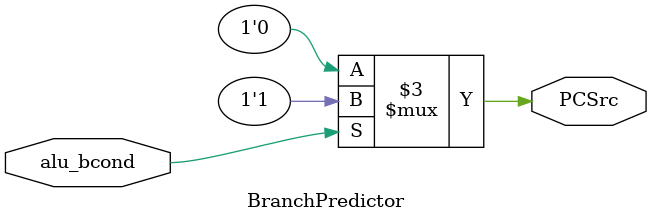
<source format=v>
`include "opcodes.v"

module BranchPredictor #(parameter data_width = 32) ( 
	input alu_bcond,
        output reg PCSrc);

always @(*) begin
    PCSrc = 0;
    if(alu_bcond) begin
        PCSrc = 1;
    end
end

endmodule

</source>
